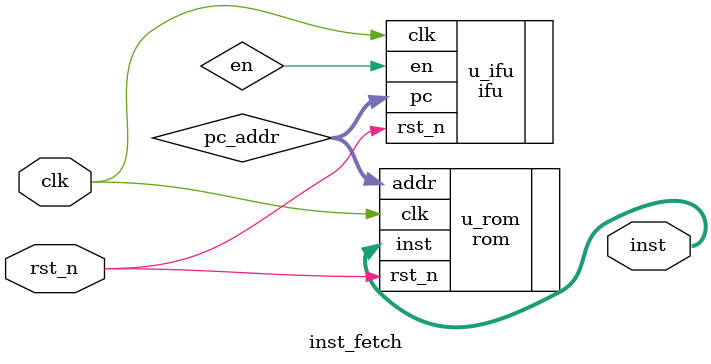
<source format=v>
module inst_fetch(
    input clk,
    input rst_n,
    output reg [31:0] inst
);

wire [5:0] pc_addr;

ifu u_ifu(
    .clk(clk),
    .rst_n(rst_n),

    .pc(pc_addr),
    .en(en)
);

rom u_rom(
    .clk(clk),
    .rst_n(rst_n),
    .addr(pc_addr),

    .inst(inst)
);

endmodule
</source>
